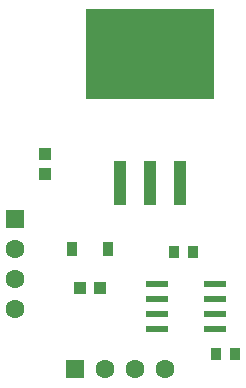
<source format=gbr>
%TF.GenerationSoftware,KiCad,Pcbnew,5.1.10*%
%TF.CreationDate,2021-06-12T19:58:10-07:00*%
%TF.ProjectId,Instrumentation-Amplifier,496e7374-7275-46d6-956e-746174696f6e,2.0*%
%TF.SameCoordinates,Original*%
%TF.FileFunction,Soldermask,Top*%
%TF.FilePolarity,Negative*%
%FSLAX46Y46*%
G04 Gerber Fmt 4.6, Leading zero omitted, Abs format (unit mm)*
G04 Created by KiCad (PCBNEW 5.1.10) date 2021-06-12 19:58:10*
%MOMM*%
%LPD*%
G01*
G04 APERTURE LIST*
%ADD10R,1.000000X1.100000*%
%ADD11R,1.100000X1.000000*%
%ADD12R,0.965200X1.295400*%
%ADD13R,1.605000X1.605000*%
%ADD14C,1.605000*%
%ADD15R,0.940000X1.020000*%
%ADD16R,10.840000X7.620000*%
%ADD17R,0.990000X3.790000*%
%ADD18R,1.981200X0.558800*%
G04 APERTURE END LIST*
D10*
%TO.C,C1*%
X109220000Y-113870000D03*
X109220000Y-115570000D03*
%TD*%
D11*
%TO.C,C2*%
X112180000Y-125222000D03*
X113880000Y-125222000D03*
%TD*%
D12*
%TO.C,D1*%
X114554000Y-121920000D03*
X111506000Y-121920000D03*
%TD*%
D13*
%TO.C,J1*%
X106680000Y-119380000D03*
D14*
X106680000Y-121920000D03*
X106680000Y-124460000D03*
X106680000Y-127000000D03*
%TD*%
%TO.C,J2*%
X119380000Y-132080000D03*
X116840000Y-132080000D03*
X114300000Y-132080000D03*
D13*
X111760000Y-132080000D03*
%TD*%
D15*
%TO.C,R1*%
X121694000Y-122174000D03*
X120114000Y-122174000D03*
%TD*%
%TO.C,R2*%
X125250000Y-130810000D03*
X123670000Y-130810000D03*
%TD*%
D16*
%TO.C,U1*%
X118110000Y-105410000D03*
D17*
X120650000Y-116290000D03*
X118110000Y-116290000D03*
X115570000Y-116290000D03*
%TD*%
D18*
%TO.C,U2*%
X123621800Y-124841000D03*
X123621800Y-126111000D03*
X123621800Y-127381000D03*
X123621800Y-128651000D03*
X118694200Y-128651000D03*
X118694200Y-127381000D03*
X118694200Y-126111000D03*
X118694200Y-124841000D03*
%TD*%
M02*

</source>
